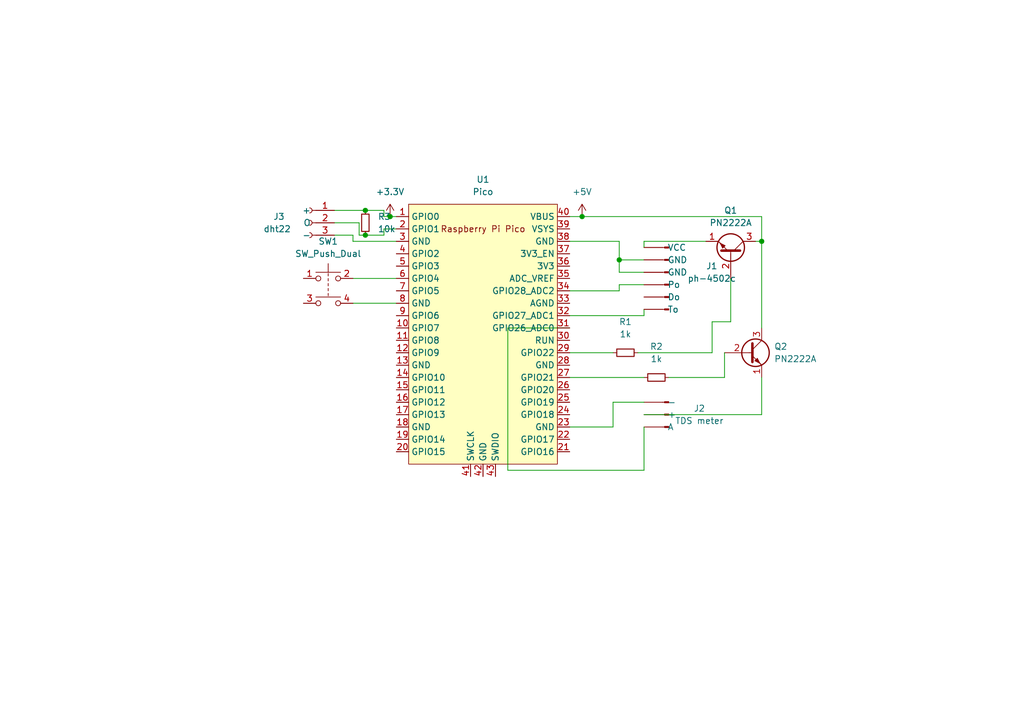
<source format=kicad_sch>
(kicad_sch (version 20230121) (generator eeschema)
  (paper "A5")
  (title_block (title "pico-hydroponics") (date "2023-07-17") (rev "0.0.2"))
  (lib_symbols
    (symbol "Connector:Conn_01x03_Female" (pin_names (offset 1.016))
      (property "Reference" "J3" (at -15.24 1.27 0))
      (property "Value" "dht22" (at -16.51 -1.27 0))
      (symbol "Conn_01x03_Female_1_1"
        (arc (start 0 -2.032) (mid -0.5058 -2.54) (end 0 -3.048) (stroke (width 0.1524)))
        (polyline (pts (xy -1.27 -2.54) (xy -0.508 -2.54)) (stroke (width 0.1524)))
        (polyline (pts (xy -1.27 0) (xy -0.508 0)) (stroke (width 0.1524)))
        (polyline (pts (xy -1.27 2.54) (xy -0.508 2.54)) (stroke (width 0.1524)))
        (arc (start 0 0.508) (mid -0.5058 0) (end 0 -0.508) (stroke (width 0.1524)))
        (arc (start 0 3.048) (mid -0.5058 2.54) (end 0 2.032) (stroke (width 0.1524)))
        (pin passive line (at -5.08 2.54 0) (length 3.81) (name "+") (number "1"))
        (pin passive line (at -5.08 0 0) (length 3.81) (name "O") (number "2"))
        (pin passive line (at -5.08 -2.54 0) (length 3.81) (name "-") (number "3"))
      )
    )
    (symbol "Connector:Conn_01x03_Male" (pin_numbers hide) (pin_names (offset 1.016))
      (property "Reference" "J2" (at -5.08 1.27 0))
      (property "Value" "TDS meter" (at -1.27 -1.27 0))
      (symbol "Conn_01x03_Male_1_1"
        (polyline (pts (xy 1.27 -2.54) (xy 0.8636 -2.54)) (stroke (width 0.1524)))
        (polyline (pts (xy 1.27 0) (xy 0.8636 0)) (stroke (width 0.1524)))
        (polyline (pts (xy 1.27 2.54) (xy 0.8636 2.54)) (stroke (width 0.1524)))
        (rectangle (start 0.8636 -2.413) (end 0 -2.667) (stroke (width 0.1524)) (fill (type outline)))
        (rectangle (start 0.8636 0.127) (end 0 -0.127) (stroke (width 0.1524)) (fill (type outline)))
        (rectangle (start 0.8636 2.667) (end 0 2.413) (stroke (width 0.1524)) (fill (type outline)))
        (pin passive line (at 5.08 2.54 180) (length 3.81) (name "-") (number "1"))
        (pin passive line (at 5.08 0 180) (length 3.81) (name "+") (number "2"))
        (pin passive line (at 5.08 -2.54 180) (length 3.81) (name "A") (number "3"))
      )
    )
    (symbol "Connector:Conn_01x06_Male" (pin_numbers hide) (pin_names (offset 1.016))
      (property "Reference" "J1" (at -10.16 1.27 0))
      (property "Value" "ph-4502c" (at -6.35 -1.27 0))
      (symbol "Conn_01x06_Male_1_1"
        (polyline (pts (xy 1.27 -7.62) (xy 0.8636 -7.62)) (stroke (width 0.1524)))
        (polyline (pts (xy 1.27 -5.08) (xy 0.8636 -5.08)) (stroke (width 0.1524)))
        (polyline (pts (xy 1.27 -2.54) (xy 0.8636 -2.54)) (stroke (width 0.1524)))
        (polyline (pts (xy 1.27 0) (xy 0.8636 0)) (stroke (width 0.1524)))
        (polyline (pts (xy 1.27 2.54) (xy 0.8636 2.54)) (stroke (width 0.1524)))
        (polyline (pts (xy 1.27 5.08) (xy 0.8636 5.08)) (stroke (width 0.1524)))
        (rectangle (start 0.8636 -7.493) (end 0 -7.747) (stroke (width 0.1524)) (fill (type outline)))
        (rectangle (start 0.8636 -4.953) (end 0 -5.207) (stroke (width 0.1524)) (fill (type outline)))
        (rectangle (start 0.8636 -2.413) (end 0 -2.667) (stroke (width 0.1524)) (fill (type outline)))
        (rectangle (start 0.8636 0.127) (end 0 -0.127) (stroke (width 0.1524)) (fill (type outline)))
        (rectangle (start 0.8636 2.667) (end 0 2.413) (stroke (width 0.1524)) (fill (type outline)))
        (rectangle (start 0.8636 5.207) (end 0 4.953) (stroke (width 0.1524)) (fill (type outline)))
        (pin passive line (at 5.08 5.08 180) (length 3.81) (name "VCC") (number "1"))
        (pin passive line (at 5.08 2.54 180) (length 3.81) (name "GND") (number "2"))
        (pin passive line (at 5.08 0 180) (length 3.81) (name "GND") (number "3"))
        (pin passive line (at 5.08 -2.54 180) (length 3.81) (name "Po") (number "4"))
        (pin passive line (at 5.08 -5.08 180) (length 3.81) (name "Do") (number "5"))
        (pin passive line (at 5.08 -7.62 180) (length 3.81) (name "To") (number "6"))
      )
    )
    (symbol "Device:R_Small" (pin_numbers hide) (pin_names (offset 0.254) hide)
      (property "Reference" "R" (at 0.762 0.508 0))
      (property "Value" "R_Small" (at 0.762 -1.016 0))
      (symbol "R_Small_0_1"
        (rectangle (start -0.762 1.778) (end 0.762 -1.778) (stroke (width 0.2032)))
      )
      (symbol "R_Small_1_1"
        (pin passive line (at 0 2.54 270) (length 0.762) (name "~") (number "1"))
        (pin passive line (at 0 -2.54 90) (length 0.762) (name "~") (number "2"))
      )
    )
    (symbol "MCU_RaspberryPi_and_Boards:Pico"
      (property "Reference" "U" (at -13.97 27.94 0))
      (property "Value" "Pico" (at 0 19.05 0))
      (symbol "Pico_0_0"
        (text "Raspberry Pi Pico" (at 0 21.59 0) (effects (font (size 1.27 1.27))))
      )
      (symbol "Pico_0_1"
        (rectangle (start -15.24 26.67) (end 15.24 -26.67) (fill (type background)))
      )
      (symbol "Pico_1_1"
        (pin bidirectional line (at -17.78 24.13 0) (length 2.54) (name "GPIO0") (number "1"))
        (pin bidirectional line (at -17.78 1.27 0) (length 2.54) (name "GPIO7") (number "10"))
        (pin bidirectional line (at -17.78 -1.27 0) (length 2.54) (name "GPIO8") (number "11"))
        (pin bidirectional line (at -17.78 -3.81 0) (length 2.54) (name "GPIO9") (number "12"))
        (pin power_in line (at -17.78 -6.35 0) (length 2.54) (name "GND") (number "13"))
        (pin bidirectional line (at -17.78 -8.89 0) (length 2.54) (name "GPIO10") (number "14"))
        (pin bidirectional line (at -17.78 -11.43 0) (length 2.54) (name "GPIO11") (number "15"))
        (pin bidirectional line (at -17.78 -13.97 0) (length 2.54) (name "GPIO12") (number "16"))
        (pin bidirectional line (at -17.78 -16.51 0) (length 2.54) (name "GPIO13") (number "17"))
        (pin power_in line (at -17.78 -19.05 0) (length 2.54) (name "GND") (number "18"))
        (pin bidirectional line (at -17.78 -21.59 0) (length 2.54) (name "GPIO14") (number "19"))
        (pin bidirectional line (at -17.78 21.59 0) (length 2.54) (name "GPIO1") (number "2"))
        (pin bidirectional line (at -17.78 -24.13 0) (length 2.54) (name "GPIO15") (number "20"))
        (pin bidirectional line (at 17.78 -24.13 180) (length 2.54) (name "GPIO16") (number "21"))
        (pin bidirectional line (at 17.78 -21.59 180) (length 2.54) (name "GPIO17") (number "22"))
        (pin power_in line (at 17.78 -19.05 180) (length 2.54) (name "GND") (number "23"))
        (pin bidirectional line (at 17.78 -16.51 180) (length 2.54) (name "GPIO18") (number "24"))
        (pin bidirectional line (at 17.78 -13.97 180) (length 2.54) (name "GPIO19") (number "25"))
        (pin bidirectional line (at 17.78 -11.43 180) (length 2.54) (name "GPIO20") (number "26"))
        (pin bidirectional line (at 17.78 -8.89 180) (length 2.54) (name "GPIO21") (number "27"))
        (pin power_in line (at 17.78 -6.35 180) (length 2.54) (name "GND") (number "28"))
        (pin bidirectional line (at 17.78 -3.81 180) (length 2.54) (name "GPIO22") (number "29"))
        (pin power_in line (at -17.78 19.05 0) (length 2.54) (name "GND") (number "3"))
        (pin input line (at 17.78 -1.27 180) (length 2.54) (name "RUN") (number "30"))
        (pin bidirectional line (at 17.78 1.27 180) (length 2.54) (name "GPIO26_ADC0") (number "31"))
        (pin bidirectional line (at 17.78 3.81 180) (length 2.54) (name "GPIO27_ADC1") (number "32"))
        (pin power_in line (at 17.78 6.35 180) (length 2.54) (name "AGND") (number "33"))
        (pin bidirectional line (at 17.78 8.89 180) (length 2.54) (name "GPIO28_ADC2") (number "34"))
        (pin power_in line (at 17.78 11.43 180) (length 2.54) (name "ADC_VREF") (number "35"))
        (pin power_in line (at 17.78 13.97 180) (length 2.54) (name "3V3") (number "36"))
        (pin input line (at 17.78 16.51 180) (length 2.54) (name "3V3_EN") (number "37"))
        (pin bidirectional line (at 17.78 19.05 180) (length 2.54) (name "GND") (number "38"))
        (pin power_in line (at 17.78 21.59 180) (length 2.54) (name "VSYS") (number "39"))
        (pin bidirectional line (at -17.78 16.51 0) (length 2.54) (name "GPIO2") (number "4"))
        (pin power_in line (at 17.78 24.13 180) (length 2.54) (name "VBUS") (number "40"))
        (pin input line (at -2.54 -29.21 90) (length 2.54) (name "SWCLK") (number "41"))
        (pin power_in line (at 0 -29.21 90) (length 2.54) (name "GND") (number "42"))
        (pin bidirectional line (at 2.54 -29.21 90) (length 2.54) (name "SWDIO") (number "43"))
        (pin bidirectional line (at -17.78 13.97 0) (length 2.54) (name "GPIO3") (number "5"))
        (pin bidirectional line (at -17.78 11.43 0) (length 2.54) (name "GPIO4") (number "6"))
        (pin bidirectional line (at -17.78 8.89 0) (length 2.54) (name "GPIO5") (number "7"))
        (pin power_in line (at -17.78 6.35 0) (length 2.54) (name "GND") (number "8"))
        (pin bidirectional line (at -17.78 3.81 0) (length 2.54) (name "GPIO6") (number "9"))
      )
    )
    (symbol "Switch:SW_Push_Dual" (pin_names (offset 1.016) hide)
      (property "Reference" "SW" (at 1.27 2.54 0))
      (property "Value" "SW_Push_Dual" (at 0 -6.858 0))
      (symbol "SW_Push_Dual_0_1"
        (circle (center -2.032 -5.08) (radius 0.508))
        (circle (center -2.032 0) (radius 0.508))
        (polyline (pts (xy 0 -3.048) (xy 0 -3.556)))
        (polyline (pts (xy 0 -2.032) (xy 0 -2.54)))
        (polyline (pts (xy 0 -1.524) (xy 0 -1.016)))
        (polyline (pts (xy 0 -0.508) (xy 0 0)))
        (polyline (pts (xy 0 0.508) (xy 0 1.016)))
        (polyline (pts (xy 0 1.27) (xy 0 3.048)))
        (polyline (pts (xy 2.54 -3.81) (xy -2.54 -3.81)))
        (polyline (pts (xy 2.54 1.27) (xy -2.54 1.27)))
        (circle (center 2.032 -5.08) (radius 0.508))
        (circle (center 2.032 0) (radius 0.508))
        (pin passive line (at -5.08 0 0) (length 2.54) (name "1") (number "1"))
        (pin passive line (at 5.08 0 180) (length 2.54) (name "2") (number "2"))
        (pin passive line (at -5.08 -5.08 0) (length 2.54) (name "3") (number "3"))
        (pin passive line (at 5.08 -5.08 180) (length 2.54) (name "4") (number "4"))
      )
    )
    (symbol "Transistor_BJT:PN2222A" (pin_names (offset 0) hide)
      (property "Reference" "Q" (at 5.08 1.905 0))
      (property "Value" "PN2222A" (at 5.08 0 0))
      (symbol "PN2222A_0_1"
        (polyline (pts (xy 0 0) (xy 0.635 0)))
        (polyline (pts (xy 2.54 -2.54) (xy 0.635 -0.635)))
        (polyline (pts (xy 2.54 2.54) (xy 0.635 0.635)))
        (polyline (pts (xy 0.635 1.905) (xy 0.635 -1.905) (xy 0.635 -1.905)) (stroke (width 0.508)))
        (polyline (pts (xy 2.413 -2.413) (xy 1.905 -1.905) (xy 1.905 -1.905)))
        (polyline (pts (xy 1.143 -1.651) (xy 1.651 -1.143) (xy 2.159 -2.159) (xy 1.143 -1.651) (xy 1.143 -1.651)) (fill (type outline)))
        (circle (center 1.27 0) (radius 2.8194) (stroke (width 0.254)))
      )
      (symbol "PN2222A_1_1"
        (pin passive line (at 2.54 -5.08 90) (length 2.54) (name "E") (number "1"))
        (pin input line (at -5.08 0 0) (length 5.08) (name "B") (number "2"))
        (pin passive line (at 2.54 5.08 270) (length 2.54) (name "C") (number "3"))
      )
    )
    (symbol "power:+3.3V" (power) (pin_names (offset 0))
      (property "Value" "+3.3V" (at 0 3.556 0))
      (symbol "+3.3V_0_1"
        (polyline (pts (xy -0.762 1.27) (xy 0 2.54)))
        (polyline (pts (xy 0 0) (xy 0 2.54)))
        (polyline (pts (xy 0 2.54) (xy 0.762 1.27)))
      )
      (symbol "+3.3V_1_1"
        (pin power_in line (at 0 0 90) (length 0) hide (name "+3.3V") (number "1"))
      )
    )
    (symbol "power:+5V" (power) (pin_names (offset 0))
      (property "Value" "+5V" (at 0 3.556 0))
      (symbol "+5V_0_1"
        (polyline (pts (xy -0.762 1.27) (xy 0 2.54)))
        (polyline (pts (xy 0 0) (xy 0 2.54)))
        (polyline (pts (xy 0 2.54) (xy 0.762 1.27)))
      )
      (symbol "+5V_1_1"
        (pin power_in line (at 0 0 90) (length 0) hide (name "+5V") (number "1"))
      )
    )
  )
  (junction (at 156.21 49.53))
  (junction (at 74.93 43.18))
  (junction (at 80.01 44.45))
  (junction (at 127 53.34))
  (junction (at 119.38 44.45))
  (junction (at 74.93 48.26))
  (wire (pts (xy 125.73 87.63) (xy 125.73 82.55)))
  (wire (pts (xy 132.08 85.09) (xy 156.21 85.09)))
  (wire (pts (xy 125.73 82.55) (xy 132.08 82.55)))
  (wire (pts (xy 146.05 72.39) (xy 146.05 66.04)))
  (wire (pts (xy 116.84 77.47) (xy 132.08 77.47)))
  (wire (pts (xy 127 53.34) (xy 132.08 53.34)))
  (wire (pts (xy 130.81 72.39) (xy 146.05 72.39)))
  (wire (pts (xy 137.16 77.47) (xy 148.59 77.47)))
  (wire (pts (xy 116.84 67.31) (xy 104.14 67.31)))
  (wire (pts (xy 72.39 49.53) (xy 72.39 48.26)))
  (wire (pts (xy 127 49.53) (xy 127 53.34)))
  (wire (pts (xy 81.28 46.99) (xy 78.74 46.99)))
  (wire (pts (xy 73.66 45.72) (xy 73.66 48.26)))
  (wire (pts (xy 68.58 45.72) (xy 73.66 45.72)))
  (wire (pts (xy 116.84 44.45) (xy 119.38 44.45)))
  (wire (pts (xy 68.58 43.18) (xy 74.93 43.18)))
  (wire (pts (xy 149.86 66.04) (xy 149.86 57.15)))
  (wire (pts (xy 146.05 66.04) (xy 149.86 66.04)))
  (wire (pts (xy 116.84 64.77) (xy 132.08 64.77)))
  (wire (pts (xy 81.28 49.53) (xy 72.39 49.53)))
  (wire (pts (xy 78.74 44.45) (xy 78.74 43.18)))
  (wire (pts (xy 78.74 46.99) (xy 78.74 48.26)))
  (wire (pts (xy 78.74 43.18) (xy 74.93 43.18)))
  (wire (pts (xy 72.39 57.15) (xy 81.28 57.15)))
  (wire (pts (xy 156.21 44.45) (xy 156.21 49.53)))
  (wire (pts (xy 104.14 96.52) (xy 132.08 96.52)))
  (wire (pts (xy 119.38 44.45) (xy 156.21 44.45)))
  (wire (pts (xy 148.59 77.47) (xy 148.59 72.39)))
  (wire (pts (xy 127 55.88) (xy 127 53.34)))
  (wire (pts (xy 156.21 77.47) (xy 156.21 85.09)))
  (wire (pts (xy 80.01 44.45) (xy 78.74 44.45)))
  (wire (pts (xy 154.94 49.53) (xy 156.21 49.53)))
  (wire (pts (xy 132.08 96.52) (xy 132.08 87.63)))
  (wire (pts (xy 72.39 62.23) (xy 81.28 62.23)))
  (wire (pts (xy 81.28 44.45) (xy 80.01 44.45)))
  (wire (pts (xy 156.21 49.53) (xy 156.21 67.31)))
  (wire (pts (xy 127 59.69) (xy 127 58.42)))
  (wire (pts (xy 116.84 72.39) (xy 125.73 72.39)))
  (wire (pts (xy 104.14 67.31) (xy 104.14 96.52)))
  (wire (pts (xy 116.84 59.69) (xy 127 59.69)))
  (wire (pts (xy 132.08 49.53) (xy 132.08 50.8)))
  (wire (pts (xy 116.84 49.53) (xy 127 49.53)))
  (wire (pts (xy 78.74 48.26) (xy 74.93 48.26)))
  (wire (pts (xy 116.84 87.63) (xy 125.73 87.63)))
  (wire (pts (xy 132.08 64.77) (xy 132.08 63.5)))
  (wire (pts (xy 73.66 48.26) (xy 74.93 48.26)))
  (wire (pts (xy 132.08 49.53) (xy 144.78 49.53)))
  (wire (pts (xy 72.39 48.26) (xy 68.58 48.26)))
  (wire (pts (xy 127 58.42) (xy 132.08 58.42)))
  (wire (pts (xy 132.08 55.88) (xy 127 55.88)))
  (symbol (lib_id "MCU_RaspberryPi_and_Boards:Pico") (at 99.06 68.58 0) (unit 1)
    (property "Reference" "U1" (at 99.06 36.83 0))
    (property "Value" "Pico" (at 99.06 39.37 0))
    (property "Footprint" "MCU_RaspberryPi_and_Boards:RPi_Pico_SMD_TH" (effects hide))
  )
  (symbol (lib_id "power:+3.3V") (at 80.01 44.45 0) (unit 1)
    (property "Reference" "#PWR0102" (effects hide))
    (property "Value" "+3.3V" (at 80.01 39.37 0))
  )
  (symbol (lib_id "Device:R_Small") (at 74.93 45.72 0) (unit 1)
    (property "Reference" "R3" (at 77.47 44.45 0) (effects (justify left)))
    (property "Value" "10k" (at 77.47 46.99 0) (effects (justify left)))
    (property "Footprint" "Resistor_THT:R_Axial_DIN0207_L6.3mm_D2.5mm_P2.54mm_Vertical" (effects hide))
  )
  (symbol (lib_id "Transistor_BJT:PN2222A") (at 149.86 52.07 270) (mirror x) (unit 1)
    (property "Reference" "Q1" (at 149.86 43.18 90))
    (property "Value" "PN2222A" (at 149.86 45.72 90))
    (property "Footprint" "Package_TO_SOT_THT:TO-92_Inline" (effects hide))
    (property "Datasheet" "https://www.onsemi.com/pub/Collateral/PN2222-D.PDF" (effects hide))
  )
  (symbol (lib_id "Device:R_Small") (at 134.62 77.47 270) (unit 1)
    (property "Reference" "R2" (at 134.62 71.12 90))
    (property "Value" "1k" (at 134.62 73.66 90))
    (property "Footprint" "Resistor_THT:R_Axial_DIN0207_L6.3mm_D2.5mm_P2.54mm_Vertical" (effects hide))
  )
  (symbol (lib_id "Connector:Conn_01x03_Female") (at 63.5 45.72 0) (mirror y) (unit 1)
    (property "Reference" "J3" (at 58.42 44.45 0) (effects (justify left)))
    (property "Value" "dht22" (at 59.69 46.99 0) (effects (justify left)))
    (property "Footprint" "Connector_PinSocket_2.54mm:PinSocket_1x03_P2.54mm_Vertical" (effects hide))
    (property "Datasheet" "https://www.sparkfun.com/datasheets/Sensors/Temperature/DHT22.pdf" (effects hide))
  )
  (symbol (lib_id "Switch:SW_Push_Dual") (at 67.31 57.15 0) (unit 1)
    (property "Reference" "SW1" (at 67.31 49.53 0))
    (property "Value" "SW_Push_Dual" (at 67.31 52.07 0))
  )
  (symbol (lib_id "power:+5V") (at 119.38 44.45 0) (unit 1)
    (property "Reference" "#PWR0101" (effects hide))
    (property "Value" "+5V" (at 119.38 39.37 0))
  )
  (symbol (lib_id "Transistor_BJT:PN2222A") (at 153.67 72.39 0) (unit 1)
    (property "Reference" "Q2" (at 158.75 71.1199 0) (effects (justify left)))
    (property "Value" "PN2222A" (at 158.75 73.6599 0) (effects (justify left)))
    (property "Footprint" "Package_TO_SOT_THT:TO-92_Inline" (effects hide))
    (property "Datasheet" "https://www.onsemi.com/pub/Collateral/PN2222-D.PDF" (effects hide))
  )
  (symbol (lib_id "Connector:Conn_01x03_Male") (at 137.16 85.09 0) (mirror y) (unit 1)
    (property "Reference" "J2" (at 142.24 83.82 0) (effects (justify right)))
    (property "Value" "TDS meter" (at 138.43 86.36 0) (effects (justify right)))
    (property "Footprint" "Connector_PinHeader_2.54mm:PinHeader_1x03_P2.54mm_Vertical" (effects hide))
    (property "Datasheet" "https://www.application-datasheet.com/pdf/dfrobot/sen0244.pdf" (effects hide))
  )
  (symbol (lib_id "Device:R_Small") (at 128.27 72.39 270) (unit 1)
    (property "Reference" "R1" (at 128.27 66.04 90))
    (property "Value" "1k" (at 128.27 68.58 90))
    (property "Footprint" "Resistor_THT:R_Axial_DIN0207_L6.3mm_D2.5mm_P2.54mm_Vertical" (effects hide))
  )
  (symbol (lib_id "Connector:Conn_01x06_Male") (at 137.16 55.88 0) (mirror y) (unit 1)
    (property "Reference" "J1" (at 144.78 54.61 0) (effects (justify right)))
    (property "Value" "ph-4502c" (at 140.97 57.15 0) (effects (justify right)))
    (property "Footprint" "Connector_PinHeader_2.54mm:PinHeader_1x06_P2.54mm_Vertical" (effects hide))
    (property "Datasheet" "https://cdn.awsli.com.br/969/969921/arquivos/ph-sensor-ph-4502c.pdf" (effects hide))
  )
)
</source>
